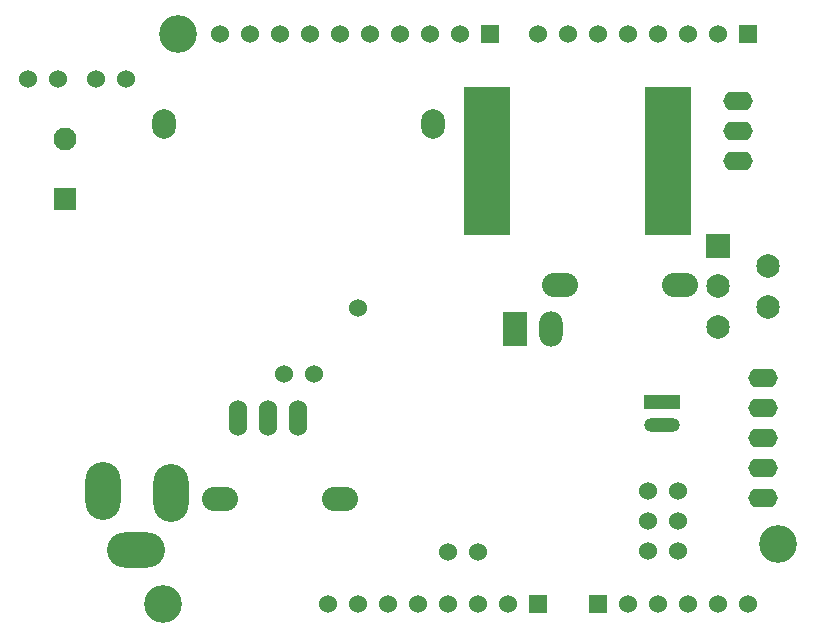
<source format=gbr>
%TF.GenerationSoftware,Altium Limited,Altium Designer,19.0.15 (446)*%
G04 Layer_Color=255*
%FSLAX25Y25*%
%MOIN*%
%TF.FileFunction,Pads,Bot*%
%TF.Part,Single*%
G01*
G75*
%TA.AperFunction,ViaPad*%
%ADD33C,0.06000*%
%TA.AperFunction,ComponentPad*%
%ADD34O,0.07874X0.11811*%
%ADD35R,0.07874X0.11811*%
%ADD36R,0.15748X0.49213*%
%ADD37O,0.12000X0.04800*%
%ADD38R,0.12000X0.04800*%
%ADD39O,0.09843X0.06299*%
%ADD40C,0.07854*%
%ADD41R,0.07854X0.07854*%
%ADD42O,0.12000X0.08000*%
%ADD43C,0.07677*%
%ADD44R,0.07677X0.07677*%
%ADD45O,0.07874X0.09843*%
%ADD46O,0.06000X0.12000*%
%ADD47O,0.11811X0.19291*%
%ADD48O,0.19291X0.11811*%
%ADD49C,0.06000*%
%ADD50R,0.06000X0.06000*%
%TA.AperFunction,ViaPad*%
%ADD51C,0.12598*%
D33*
X120000Y108548D02*
D03*
X216810Y27500D02*
D03*
X226810D02*
D03*
X216810Y37500D02*
D03*
X226810D02*
D03*
X216810Y47500D02*
D03*
X226810D02*
D03*
X150280Y27205D02*
D03*
X160280D02*
D03*
X95561Y86563D02*
D03*
X105561D02*
D03*
X10280Y185000D02*
D03*
X20280D02*
D03*
X42780D02*
D03*
X32780D02*
D03*
D34*
X184311Y101536D02*
D03*
D35*
X172500D02*
D03*
D36*
X163096Y157500D02*
D03*
X223530D02*
D03*
D37*
X221457Y69488D02*
D03*
D38*
Y77362D02*
D03*
D39*
X246850Y157500D02*
D03*
Y167500D02*
D03*
Y177500D02*
D03*
X255000Y75390D02*
D03*
Y65390D02*
D03*
Y55390D02*
D03*
Y45390D02*
D03*
X255000Y85390D02*
D03*
D40*
X256650Y109114D02*
D03*
Y122500D02*
D03*
X240150Y102421D02*
D03*
Y115807D02*
D03*
D41*
Y129193D02*
D03*
D42*
X114000Y45000D02*
D03*
X74000D02*
D03*
X227500Y116331D02*
D03*
X187500D02*
D03*
D43*
X22461Y164842D02*
D03*
D44*
X22500Y144843D02*
D03*
D45*
X55630Y170000D02*
D03*
X145000D02*
D03*
D46*
X80000Y72024D02*
D03*
X90000D02*
D03*
X100000D02*
D03*
D47*
X35000Y47500D02*
D03*
X57835Y47000D02*
D03*
D48*
X46024Y28102D02*
D03*
D49*
X160000Y10000D02*
D03*
X170000D02*
D03*
X110000D02*
D03*
X120000D02*
D03*
X130000D02*
D03*
X140000D02*
D03*
X150000D02*
D03*
X230000Y200000D02*
D03*
X240000D02*
D03*
X180000D02*
D03*
X190000D02*
D03*
X200000D02*
D03*
X210000D02*
D03*
X220000D02*
D03*
X74000D02*
D03*
X84000D02*
D03*
X94000D02*
D03*
X104000D02*
D03*
X114000D02*
D03*
X124000D02*
D03*
X134000D02*
D03*
X144000D02*
D03*
X154000D02*
D03*
X250000Y10000D02*
D03*
X240000D02*
D03*
X230000D02*
D03*
X220000D02*
D03*
X210000D02*
D03*
D50*
X180000D02*
D03*
X250000Y200000D02*
D03*
X164000D02*
D03*
X200000Y10000D02*
D03*
D51*
X60000Y200000D02*
D03*
X55000Y10000D02*
D03*
X260000Y30000D02*
D03*
%TF.MD5,e094d1a41d46cf10de83a2122b4c2ed6*%
M02*

</source>
